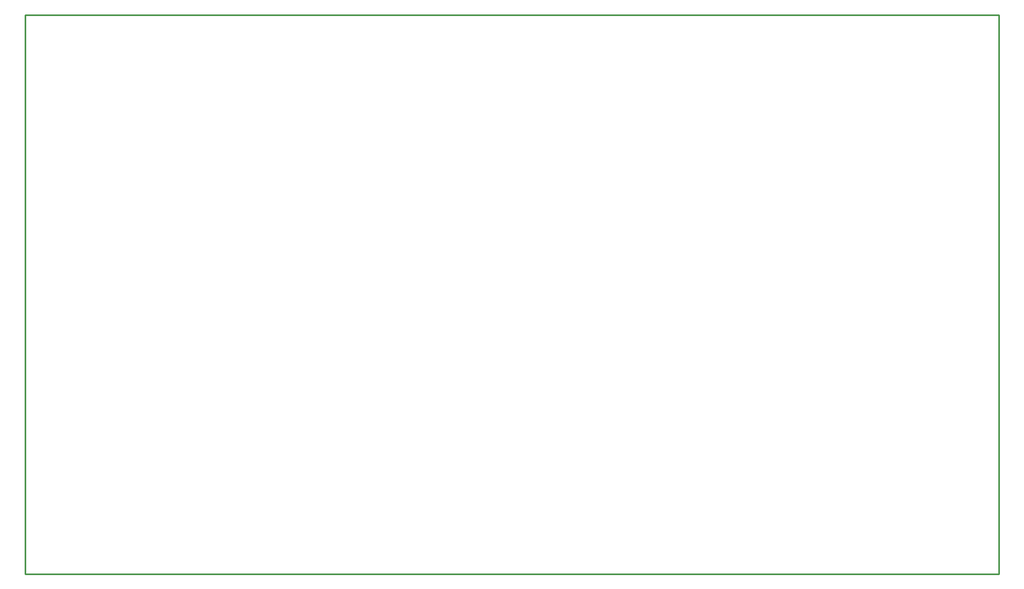
<source format=gko>
G04*
G04 #@! TF.GenerationSoftware,Altium Limited,Altium Designer,19.1.8 (144)*
G04*
G04 Layer_Color=16711935*
%FSLAX25Y25*%
%MOIN*%
G70*
G01*
G75*
%ADD13C,0.01000*%
D13*
X120000Y111250D02*
X726250D01*
X726250Y460000D02*
X726250Y111250D01*
X120000Y460000D02*
X120000Y111250D01*
X120000Y460000D02*
X726250D01*
M02*

</source>
